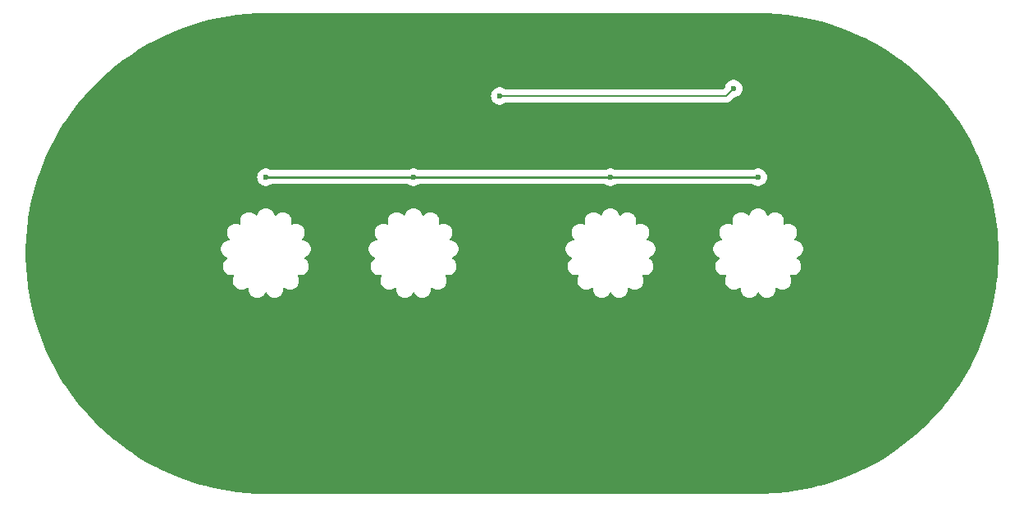
<source format=gbr>
%TF.GenerationSoftware,KiCad,Pcbnew,7.0.5*%
%TF.CreationDate,2023-07-02T13:32:01-04:00*%
%TF.ProjectId,Nixie Clock,4e697869-6520-4436-9c6f-636b2e6b6963,rev?*%
%TF.SameCoordinates,Original*%
%TF.FileFunction,Copper,L1,Top*%
%TF.FilePolarity,Positive*%
%FSLAX46Y46*%
G04 Gerber Fmt 4.6, Leading zero omitted, Abs format (unit mm)*
G04 Created by KiCad (PCBNEW 7.0.5) date 2023-07-02 13:32:01*
%MOMM*%
%LPD*%
G01*
G04 APERTURE LIST*
%TA.AperFunction,ViaPad*%
%ADD10C,0.600000*%
%TD*%
%TA.AperFunction,Conductor*%
%ADD11C,0.150000*%
%TD*%
%TA.AperFunction,Conductor*%
%ADD12C,0.250000*%
%TD*%
G04 APERTURE END LIST*
D10*
%TO.N,+170v*%
X203200000Y-75946000D03*
%TO.N,GND*%
X165100000Y-68961000D03*
X177038000Y-99060000D03*
X200660000Y-100965000D03*
X207518000Y-93980000D03*
X183388000Y-97790000D03*
X191516000Y-93726000D03*
X195961000Y-80899000D03*
X189103000Y-96774000D03*
X185801000Y-77724000D03*
X196850000Y-66421000D03*
X199517000Y-68834000D03*
X170180000Y-73406000D03*
X171323000Y-77978000D03*
X176149000Y-73406000D03*
X150622000Y-72771000D03*
X178054000Y-66167000D03*
X149860000Y-106680000D03*
X154940000Y-106680000D03*
X160020000Y-106680000D03*
X165100000Y-106680000D03*
X170180000Y-106680000D03*
X175260000Y-106680000D03*
X180340000Y-106680000D03*
X185420000Y-106680000D03*
X190500000Y-106680000D03*
X195580000Y-106680000D03*
X200660000Y-106680000D03*
X205740000Y-106680000D03*
X146050000Y-61976000D03*
X144018000Y-77470000D03*
X172466000Y-89154000D03*
X207772000Y-74422000D03*
X204216000Y-72644000D03*
X195580000Y-77724000D03*
X191516000Y-73660000D03*
X194056000Y-69342000D03*
X180340000Y-60960000D03*
X175260000Y-60960000D03*
X170180000Y-60960000D03*
X165100000Y-60960000D03*
X160020000Y-60960000D03*
X154940000Y-60960000D03*
X152400000Y-64262000D03*
X152400000Y-74295000D03*
X147574000Y-65024000D03*
X149352000Y-67564000D03*
X159639000Y-85217000D03*
X159639000Y-77216000D03*
X159639000Y-74549000D03*
X203200000Y-64262000D03*
X205740000Y-60706000D03*
X200660000Y-60706000D03*
X195580000Y-60706000D03*
X185420000Y-60960000D03*
X190500000Y-60960000D03*
%TO.N,RDP*%
X200660000Y-66802000D03*
X176530000Y-67564000D03*
%TO.N,+170v*%
X167640000Y-75946000D03*
X187960000Y-75946000D03*
X152400000Y-75946000D03*
%TD*%
D11*
%TO.N,RDP*%
X176530000Y-67564000D02*
X199898000Y-67564000D01*
X199898000Y-67564000D02*
X200660000Y-66802000D01*
D12*
%TO.N,+170v*%
X167640000Y-75946000D02*
X152400000Y-75946000D01*
X203200000Y-75946000D02*
X187960000Y-75946000D01*
X187960000Y-75946000D02*
X167640000Y-75946000D01*
%TD*%
%TA.AperFunction,Conductor*%
%TO.N,GND*%
G36*
X204185275Y-59040093D02*
G01*
X204186631Y-59040148D01*
X205169660Y-59098855D01*
X205170988Y-59098961D01*
X206150884Y-59196702D01*
X206152338Y-59196877D01*
X207127466Y-59333483D01*
X207128908Y-59333714D01*
X208097878Y-59508987D01*
X208099252Y-59509264D01*
X208926921Y-59693233D01*
X209060490Y-59722923D01*
X209061919Y-59723270D01*
X209259953Y-59775630D01*
X210013941Y-59974985D01*
X210015275Y-59975367D01*
X210956508Y-60264723D01*
X210957863Y-60265169D01*
X211886863Y-60591722D01*
X211888222Y-60592231D01*
X212803455Y-60955440D01*
X212804782Y-60955997D01*
X213704896Y-61355324D01*
X213706162Y-61355916D01*
X214329820Y-61662827D01*
X214589690Y-61790714D01*
X214590984Y-61791382D01*
X215456508Y-62260953D01*
X215457737Y-62261651D01*
X216303935Y-62765276D01*
X216305130Y-62766020D01*
X217130646Y-63302895D01*
X217131794Y-63303674D01*
X217519450Y-63578317D01*
X217935292Y-63872929D01*
X217936476Y-63873804D01*
X218716691Y-64474541D01*
X218717812Y-64475441D01*
X219473544Y-65106736D01*
X219474595Y-65107650D01*
X220204659Y-65768514D01*
X220205645Y-65769443D01*
X220908833Y-66458787D01*
X220909845Y-66459818D01*
X221516757Y-67104058D01*
X221585048Y-67176549D01*
X221586035Y-67177640D01*
X221758322Y-67375744D01*
X222204761Y-67889084D01*
X222232220Y-67920657D01*
X222233148Y-67921770D01*
X222849294Y-68689905D01*
X222850158Y-68691028D01*
X223435239Y-69482999D01*
X223436089Y-69484200D01*
X223989245Y-70298840D01*
X223990047Y-70300073D01*
X224510361Y-71136034D01*
X224511113Y-71137298D01*
X224997780Y-71993283D01*
X224998482Y-71994576D01*
X225450739Y-72869242D01*
X225451375Y-72870534D01*
X225744500Y-73497334D01*
X225868513Y-73762517D01*
X225869110Y-73763862D01*
X226250433Y-74671666D01*
X226250976Y-74673034D01*
X226595918Y-75595314D01*
X226596406Y-75596702D01*
X226904413Y-76531979D01*
X226904845Y-76533385D01*
X227175419Y-77480143D01*
X227175786Y-77481531D01*
X227408512Y-78438327D01*
X227408832Y-78439764D01*
X227603327Y-79405015D01*
X227603589Y-79406463D01*
X227759559Y-80378706D01*
X227759763Y-80380163D01*
X227831827Y-80981340D01*
X227876959Y-81357850D01*
X227877100Y-81359264D01*
X227895708Y-81592721D01*
X227955335Y-82340851D01*
X227955422Y-82342320D01*
X227971721Y-82751943D01*
X227994569Y-83326221D01*
X227994598Y-83327655D01*
X227994598Y-84312344D01*
X227994569Y-84313779D01*
X227974440Y-84819698D01*
X227955422Y-85297679D01*
X227955335Y-85299148D01*
X227922377Y-85712662D01*
X227886008Y-86168986D01*
X227877103Y-86280710D01*
X227876958Y-86282154D01*
X227865149Y-86380677D01*
X227759763Y-87259836D01*
X227759559Y-87261293D01*
X227603589Y-88233536D01*
X227603327Y-88234984D01*
X227408832Y-89200235D01*
X227408512Y-89201672D01*
X227175786Y-90158468D01*
X227175410Y-90159891D01*
X226904845Y-91106614D01*
X226904413Y-91108020D01*
X226596406Y-92043297D01*
X226595918Y-92044685D01*
X226250976Y-92966965D01*
X226250433Y-92968333D01*
X225869110Y-93876137D01*
X225868513Y-93877482D01*
X225451389Y-94769437D01*
X225450739Y-94770757D01*
X224998482Y-95645423D01*
X224997780Y-95646716D01*
X224511113Y-96502701D01*
X224510361Y-96503965D01*
X223990047Y-97339926D01*
X223989245Y-97341159D01*
X223436089Y-98155799D01*
X223435239Y-98157000D01*
X222850158Y-98948971D01*
X222849275Y-98950117D01*
X222411547Y-99495824D01*
X222233163Y-99718212D01*
X222232220Y-99719342D01*
X221586035Y-100462359D01*
X221585048Y-100463450D01*
X220909863Y-101180162D01*
X220908833Y-101181212D01*
X220574705Y-101508761D01*
X220205671Y-101870530D01*
X220204632Y-101871509D01*
X219613311Y-102406781D01*
X219474620Y-102532327D01*
X219473510Y-102533293D01*
X218717812Y-103164558D01*
X218716665Y-103165479D01*
X217936476Y-103766195D01*
X217935292Y-103767070D01*
X217131823Y-104336305D01*
X217130605Y-104337132D01*
X216305162Y-104873959D01*
X216303912Y-104874737D01*
X215457759Y-105378335D01*
X215456480Y-105379062D01*
X214590998Y-105848609D01*
X214589690Y-105849285D01*
X213706197Y-106284067D01*
X213704864Y-106284690D01*
X212804811Y-106683990D01*
X212803455Y-106684559D01*
X211888222Y-107047768D01*
X211886844Y-107048284D01*
X210957883Y-107374823D01*
X210956485Y-107375283D01*
X210015314Y-107664621D01*
X210013899Y-107665026D01*
X209061919Y-107916729D01*
X209060490Y-107917076D01*
X208099296Y-108130726D01*
X208097854Y-108131016D01*
X207128911Y-108306284D01*
X207127458Y-108306517D01*
X206152342Y-108443121D01*
X206150881Y-108443297D01*
X205171035Y-108541034D01*
X205169610Y-108541147D01*
X204294864Y-108593388D01*
X204186677Y-108599849D01*
X204185225Y-108599907D01*
X203200000Y-108619500D01*
X152400000Y-108619500D01*
X151414772Y-108599907D01*
X151413322Y-108599849D01*
X151366509Y-108597053D01*
X150430385Y-108541147D01*
X150428964Y-108541034D01*
X149449118Y-108443297D01*
X149447657Y-108443121D01*
X148472541Y-108306517D01*
X148471088Y-108306284D01*
X147502145Y-108131016D01*
X147500710Y-108130727D01*
X147272513Y-108080005D01*
X146539509Y-107917076D01*
X146538080Y-107916729D01*
X145712961Y-107698568D01*
X145586091Y-107665023D01*
X145584685Y-107664621D01*
X144643514Y-107375283D01*
X144642116Y-107374823D01*
X143713155Y-107048284D01*
X143711777Y-107047768D01*
X142796544Y-106684559D01*
X142795188Y-106683990D01*
X141895126Y-106284685D01*
X141893815Y-106284073D01*
X141645587Y-106161916D01*
X141010309Y-105849285D01*
X141009001Y-105848609D01*
X140772743Y-105720432D01*
X140143508Y-105379056D01*
X140142240Y-105378335D01*
X139296087Y-104874737D01*
X139294855Y-104873970D01*
X138469364Y-104337112D01*
X138468194Y-104336317D01*
X138066441Y-104051687D01*
X137664707Y-103767070D01*
X137663523Y-103766195D01*
X137327956Y-103507821D01*
X136883314Y-103165463D01*
X136882187Y-103164558D01*
X136762489Y-103064569D01*
X136126459Y-102533266D01*
X136125401Y-102532346D01*
X135395342Y-101871486D01*
X135394353Y-101870554D01*
X134691155Y-101181201D01*
X134690155Y-101180181D01*
X134014940Y-100463438D01*
X134013964Y-100462359D01*
X133642860Y-100035644D01*
X133367764Y-99719324D01*
X133366855Y-99718234D01*
X132750699Y-98950087D01*
X132749856Y-98948990D01*
X132164750Y-98156986D01*
X132163910Y-98155799D01*
X131610754Y-97341159D01*
X131609966Y-97339948D01*
X131089626Y-96503946D01*
X131088886Y-96502701D01*
X130602219Y-95646716D01*
X130601517Y-95645423D01*
X130521773Y-95491198D01*
X130149248Y-94770733D01*
X130148633Y-94769485D01*
X129731481Y-93877471D01*
X129730907Y-93876179D01*
X129349554Y-92968303D01*
X129349023Y-92966965D01*
X129004081Y-92044685D01*
X129003593Y-92043297D01*
X128695586Y-91108020D01*
X128695161Y-91106638D01*
X128424570Y-90159822D01*
X128424213Y-90158468D01*
X128341218Y-89817256D01*
X128191487Y-89201672D01*
X128191174Y-89200268D01*
X127996671Y-88234979D01*
X127996410Y-88233536D01*
X127840440Y-87261293D01*
X127840236Y-87259836D01*
X127819817Y-87089492D01*
X127723035Y-86282105D01*
X127722903Y-86280780D01*
X127644662Y-85299117D01*
X127644577Y-85297679D01*
X127640997Y-85207696D01*
X127605428Y-84313729D01*
X127605402Y-84312394D01*
X127605402Y-83464097D01*
X147758360Y-83464097D01*
X147798369Y-83652330D01*
X147798370Y-83652332D01*
X147876639Y-83828128D01*
X147876642Y-83828133D01*
X147989750Y-83983814D01*
X147989752Y-83983816D01*
X147989753Y-83983817D01*
X148132762Y-84112583D01*
X148283092Y-84199375D01*
X148299420Y-84208802D01*
X148391700Y-84238786D01*
X148431588Y-84269950D01*
X148442112Y-84319463D01*
X148418347Y-84364157D01*
X148405832Y-84373250D01*
X148348661Y-84406257D01*
X148205650Y-84535025D01*
X148092544Y-84690701D01*
X148092538Y-84690712D01*
X148014270Y-84866505D01*
X148014269Y-84866511D01*
X147974260Y-85054742D01*
X147974260Y-85247177D01*
X148014269Y-85435410D01*
X148014270Y-85435412D01*
X148092539Y-85611208D01*
X148092542Y-85611213D01*
X148205650Y-85766894D01*
X148205652Y-85766896D01*
X148205653Y-85766897D01*
X148348662Y-85895663D01*
X148515318Y-85991881D01*
X148698337Y-86051348D01*
X148841739Y-86066420D01*
X148841744Y-86066420D01*
X148937696Y-86066420D01*
X148937701Y-86066420D01*
X149043592Y-86055290D01*
X149092706Y-86067536D01*
X149122459Y-86108488D01*
X149118928Y-86158984D01*
X149115415Y-86165879D01*
X149113621Y-86168986D01*
X149035350Y-86344785D01*
X149035349Y-86344791D01*
X149015520Y-86438083D01*
X148995340Y-86533021D01*
X148995340Y-86725459D01*
X149000424Y-86749376D01*
X149035349Y-86913690D01*
X149035350Y-86913692D01*
X149113619Y-87089488D01*
X149113622Y-87089493D01*
X149226730Y-87245174D01*
X149226732Y-87245176D01*
X149226733Y-87245177D01*
X149369742Y-87373943D01*
X149536398Y-87470161D01*
X149719417Y-87529628D01*
X149862819Y-87544700D01*
X149862824Y-87544700D01*
X149958776Y-87544700D01*
X149958781Y-87544700D01*
X150102183Y-87529628D01*
X150285202Y-87470161D01*
X150451858Y-87373943D01*
X150464403Y-87362646D01*
X150511336Y-87343684D01*
X150559478Y-87359325D01*
X150586303Y-87402252D01*
X150587920Y-87417639D01*
X150587920Y-87561117D01*
X150627929Y-87749350D01*
X150627930Y-87749352D01*
X150706199Y-87925148D01*
X150706202Y-87925153D01*
X150819310Y-88080834D01*
X150819312Y-88080836D01*
X150819313Y-88080837D01*
X150962322Y-88209603D01*
X151128978Y-88305821D01*
X151311997Y-88365288D01*
X151455399Y-88380360D01*
X151455404Y-88380360D01*
X151551356Y-88380360D01*
X151551361Y-88380360D01*
X151694763Y-88365288D01*
X151877782Y-88305821D01*
X152044438Y-88209603D01*
X152187447Y-88080837D01*
X152300559Y-87925152D01*
X152332398Y-87853638D01*
X152367560Y-87817227D01*
X152417902Y-87811936D01*
X152459867Y-87840241D01*
X152467602Y-87853640D01*
X152499438Y-87925145D01*
X152499442Y-87925153D01*
X152612550Y-88080834D01*
X152612552Y-88080836D01*
X152612553Y-88080837D01*
X152755562Y-88209603D01*
X152922218Y-88305821D01*
X153105237Y-88365288D01*
X153248639Y-88380360D01*
X153248644Y-88380360D01*
X153344596Y-88380360D01*
X153344601Y-88380360D01*
X153488003Y-88365288D01*
X153671022Y-88305821D01*
X153837678Y-88209603D01*
X153980687Y-88080837D01*
X154093799Y-87925152D01*
X154125638Y-87853640D01*
X154172069Y-87749354D01*
X154172069Y-87749352D01*
X154172070Y-87749351D01*
X154212080Y-87561119D01*
X154212080Y-87417639D01*
X154229393Y-87370073D01*
X154273230Y-87344763D01*
X154323080Y-87353553D01*
X154335594Y-87362645D01*
X154348142Y-87373943D01*
X154514798Y-87470161D01*
X154697817Y-87529628D01*
X154841219Y-87544700D01*
X154841224Y-87544700D01*
X154937176Y-87544700D01*
X154937181Y-87544700D01*
X155080583Y-87529628D01*
X155263602Y-87470161D01*
X155430258Y-87373943D01*
X155573267Y-87245177D01*
X155665766Y-87117863D01*
X155686375Y-87089498D01*
X155686378Y-87089493D01*
X155686379Y-87089492D01*
X155764650Y-86913691D01*
X155804660Y-86725459D01*
X155804660Y-86533021D01*
X155764650Y-86344789D01*
X155686379Y-86168989D01*
X155686377Y-86168986D01*
X155684586Y-86165884D01*
X155675796Y-86116034D01*
X155701106Y-86072197D01*
X155748672Y-86054884D01*
X155756379Y-86055287D01*
X155862299Y-86066420D01*
X155862305Y-86066420D01*
X155958256Y-86066420D01*
X155958261Y-86066420D01*
X156101663Y-86051348D01*
X156284682Y-85991881D01*
X156451338Y-85895663D01*
X156594347Y-85766897D01*
X156668984Y-85664168D01*
X156707455Y-85611218D01*
X156707458Y-85611213D01*
X156707459Y-85611212D01*
X156785730Y-85435411D01*
X156825740Y-85247179D01*
X156825740Y-85054741D01*
X156785730Y-84866509D01*
X156736170Y-84755196D01*
X156707460Y-84690711D01*
X156707457Y-84690706D01*
X156594349Y-84535025D01*
X156451338Y-84406257D01*
X156451338Y-84406256D01*
X156394166Y-84373249D01*
X156361630Y-84334474D01*
X156361630Y-84283855D01*
X156394167Y-84245078D01*
X156408300Y-84238786D01*
X156465880Y-84220076D01*
X156500582Y-84208801D01*
X156667238Y-84112583D01*
X156810247Y-83983817D01*
X156923359Y-83828132D01*
X157001630Y-83652331D01*
X157041640Y-83464099D01*
X157041640Y-83464097D01*
X162998360Y-83464097D01*
X163038369Y-83652330D01*
X163038370Y-83652332D01*
X163116639Y-83828128D01*
X163116642Y-83828133D01*
X163229750Y-83983814D01*
X163229752Y-83983816D01*
X163229753Y-83983817D01*
X163372762Y-84112583D01*
X163523092Y-84199375D01*
X163539420Y-84208802D01*
X163631700Y-84238786D01*
X163671588Y-84269950D01*
X163682112Y-84319463D01*
X163658347Y-84364157D01*
X163645832Y-84373250D01*
X163588661Y-84406257D01*
X163445650Y-84535025D01*
X163332544Y-84690701D01*
X163332538Y-84690712D01*
X163254270Y-84866505D01*
X163254269Y-84866511D01*
X163214260Y-85054742D01*
X163214260Y-85247177D01*
X163254269Y-85435410D01*
X163254270Y-85435412D01*
X163332539Y-85611208D01*
X163332542Y-85611213D01*
X163445650Y-85766894D01*
X163445652Y-85766896D01*
X163445653Y-85766897D01*
X163588662Y-85895663D01*
X163755318Y-85991881D01*
X163938337Y-86051348D01*
X164081739Y-86066420D01*
X164081744Y-86066420D01*
X164177696Y-86066420D01*
X164177701Y-86066420D01*
X164283592Y-86055290D01*
X164332706Y-86067536D01*
X164362459Y-86108488D01*
X164358928Y-86158984D01*
X164355415Y-86165879D01*
X164353621Y-86168986D01*
X164275350Y-86344785D01*
X164275349Y-86344791D01*
X164255520Y-86438083D01*
X164235340Y-86533021D01*
X164235340Y-86725459D01*
X164240424Y-86749376D01*
X164275349Y-86913690D01*
X164275350Y-86913692D01*
X164353619Y-87089488D01*
X164353622Y-87089493D01*
X164466730Y-87245174D01*
X164466732Y-87245176D01*
X164466733Y-87245177D01*
X164609742Y-87373943D01*
X164776398Y-87470161D01*
X164959417Y-87529628D01*
X165102819Y-87544700D01*
X165102824Y-87544700D01*
X165198776Y-87544700D01*
X165198781Y-87544700D01*
X165342183Y-87529628D01*
X165525202Y-87470161D01*
X165691858Y-87373943D01*
X165704403Y-87362646D01*
X165751336Y-87343684D01*
X165799478Y-87359325D01*
X165826303Y-87402252D01*
X165827920Y-87417639D01*
X165827920Y-87561117D01*
X165867929Y-87749350D01*
X165867930Y-87749352D01*
X165946199Y-87925148D01*
X165946202Y-87925153D01*
X166059310Y-88080834D01*
X166059312Y-88080836D01*
X166059313Y-88080837D01*
X166202322Y-88209603D01*
X166368978Y-88305821D01*
X166551997Y-88365288D01*
X166695399Y-88380360D01*
X166695404Y-88380360D01*
X166791356Y-88380360D01*
X166791361Y-88380360D01*
X166934763Y-88365288D01*
X167117782Y-88305821D01*
X167284438Y-88209603D01*
X167427447Y-88080837D01*
X167540559Y-87925152D01*
X167572398Y-87853638D01*
X167607560Y-87817227D01*
X167657902Y-87811936D01*
X167699867Y-87840241D01*
X167707602Y-87853640D01*
X167739438Y-87925145D01*
X167739442Y-87925153D01*
X167852550Y-88080834D01*
X167852552Y-88080836D01*
X167852553Y-88080837D01*
X167995562Y-88209603D01*
X168162218Y-88305821D01*
X168345237Y-88365288D01*
X168488639Y-88380360D01*
X168488644Y-88380360D01*
X168584596Y-88380360D01*
X168584601Y-88380360D01*
X168728003Y-88365288D01*
X168911022Y-88305821D01*
X169077678Y-88209603D01*
X169220687Y-88080837D01*
X169333799Y-87925152D01*
X169365638Y-87853640D01*
X169412069Y-87749354D01*
X169412069Y-87749352D01*
X169412070Y-87749351D01*
X169452080Y-87561119D01*
X169452080Y-87417639D01*
X169469393Y-87370073D01*
X169513230Y-87344763D01*
X169563080Y-87353553D01*
X169575594Y-87362645D01*
X169588142Y-87373943D01*
X169754798Y-87470161D01*
X169937817Y-87529628D01*
X170081219Y-87544700D01*
X170081224Y-87544700D01*
X170177176Y-87544700D01*
X170177181Y-87544700D01*
X170320583Y-87529628D01*
X170503602Y-87470161D01*
X170670258Y-87373943D01*
X170813267Y-87245177D01*
X170905766Y-87117863D01*
X170926375Y-87089498D01*
X170926378Y-87089493D01*
X170926379Y-87089492D01*
X171004650Y-86913691D01*
X171044660Y-86725459D01*
X171044660Y-86533021D01*
X171004650Y-86344789D01*
X170926379Y-86168989D01*
X170926377Y-86168986D01*
X170924586Y-86165884D01*
X170915796Y-86116034D01*
X170941106Y-86072197D01*
X170988672Y-86054884D01*
X170996379Y-86055287D01*
X171102299Y-86066420D01*
X171102305Y-86066420D01*
X171198256Y-86066420D01*
X171198261Y-86066420D01*
X171341663Y-86051348D01*
X171524682Y-85991881D01*
X171691338Y-85895663D01*
X171834347Y-85766897D01*
X171908984Y-85664168D01*
X171947455Y-85611218D01*
X171947458Y-85611213D01*
X171947459Y-85611212D01*
X172025730Y-85435411D01*
X172065740Y-85247179D01*
X172065740Y-85054741D01*
X172025730Y-84866509D01*
X171976170Y-84755196D01*
X171947460Y-84690711D01*
X171947457Y-84690706D01*
X171834349Y-84535025D01*
X171691338Y-84406257D01*
X171634166Y-84373249D01*
X171601630Y-84334474D01*
X171601630Y-84283855D01*
X171634167Y-84245078D01*
X171648300Y-84238786D01*
X171705880Y-84220076D01*
X171740582Y-84208801D01*
X171907238Y-84112583D01*
X172050247Y-83983817D01*
X172163359Y-83828132D01*
X172241630Y-83652331D01*
X172281640Y-83464099D01*
X172281640Y-83464097D01*
X183318360Y-83464097D01*
X183358369Y-83652330D01*
X183358370Y-83652332D01*
X183436639Y-83828128D01*
X183436642Y-83828133D01*
X183549750Y-83983814D01*
X183549752Y-83983816D01*
X183549753Y-83983817D01*
X183692762Y-84112583D01*
X183843092Y-84199375D01*
X183859420Y-84208802D01*
X183951700Y-84238786D01*
X183991588Y-84269950D01*
X184002112Y-84319463D01*
X183978347Y-84364157D01*
X183965832Y-84373250D01*
X183908661Y-84406257D01*
X183765650Y-84535025D01*
X183652544Y-84690701D01*
X183652538Y-84690712D01*
X183574270Y-84866505D01*
X183574269Y-84866511D01*
X183534260Y-85054742D01*
X183534260Y-85247177D01*
X183574269Y-85435410D01*
X183574270Y-85435412D01*
X183652539Y-85611208D01*
X183652542Y-85611213D01*
X183765650Y-85766894D01*
X183765652Y-85766896D01*
X183765653Y-85766897D01*
X183908662Y-85895663D01*
X184075318Y-85991881D01*
X184258337Y-86051348D01*
X184401739Y-86066420D01*
X184401744Y-86066420D01*
X184497696Y-86066420D01*
X184497701Y-86066420D01*
X184603592Y-86055290D01*
X184652706Y-86067536D01*
X184682459Y-86108488D01*
X184678928Y-86158984D01*
X184675415Y-86165879D01*
X184673621Y-86168986D01*
X184595350Y-86344785D01*
X184595349Y-86344791D01*
X184575520Y-86438083D01*
X184555340Y-86533021D01*
X184555340Y-86725459D01*
X184560424Y-86749376D01*
X184595349Y-86913690D01*
X184595350Y-86913692D01*
X184673619Y-87089488D01*
X184673622Y-87089493D01*
X184786730Y-87245174D01*
X184786732Y-87245176D01*
X184786733Y-87245177D01*
X184929742Y-87373943D01*
X185096398Y-87470161D01*
X185279417Y-87529628D01*
X185422819Y-87544700D01*
X185422824Y-87544700D01*
X185518776Y-87544700D01*
X185518781Y-87544700D01*
X185662183Y-87529628D01*
X185845202Y-87470161D01*
X186011858Y-87373943D01*
X186024403Y-87362646D01*
X186071336Y-87343684D01*
X186119478Y-87359325D01*
X186146303Y-87402252D01*
X186147920Y-87417639D01*
X186147920Y-87561117D01*
X186187929Y-87749350D01*
X186187930Y-87749352D01*
X186266199Y-87925148D01*
X186266202Y-87925153D01*
X186379310Y-88080834D01*
X186379312Y-88080836D01*
X186379313Y-88080837D01*
X186522322Y-88209603D01*
X186688978Y-88305821D01*
X186871997Y-88365288D01*
X187015399Y-88380360D01*
X187015404Y-88380360D01*
X187111356Y-88380360D01*
X187111361Y-88380360D01*
X187254763Y-88365288D01*
X187437782Y-88305821D01*
X187604438Y-88209603D01*
X187747447Y-88080837D01*
X187860559Y-87925152D01*
X187892398Y-87853638D01*
X187927560Y-87817227D01*
X187977902Y-87811936D01*
X188019867Y-87840241D01*
X188027602Y-87853640D01*
X188059438Y-87925145D01*
X188059442Y-87925153D01*
X188172550Y-88080834D01*
X188172552Y-88080836D01*
X188172553Y-88080837D01*
X188315562Y-88209603D01*
X188482218Y-88305821D01*
X188665237Y-88365288D01*
X188808639Y-88380360D01*
X188808644Y-88380360D01*
X188904596Y-88380360D01*
X188904601Y-88380360D01*
X189048003Y-88365288D01*
X189231022Y-88305821D01*
X189397678Y-88209603D01*
X189540687Y-88080837D01*
X189653799Y-87925152D01*
X189685638Y-87853640D01*
X189732069Y-87749354D01*
X189732069Y-87749352D01*
X189732070Y-87749351D01*
X189772080Y-87561119D01*
X189772080Y-87417639D01*
X189789393Y-87370073D01*
X189833230Y-87344763D01*
X189883080Y-87353553D01*
X189895594Y-87362645D01*
X189908142Y-87373943D01*
X190074798Y-87470161D01*
X190257817Y-87529628D01*
X190401219Y-87544700D01*
X190401224Y-87544700D01*
X190497176Y-87544700D01*
X190497181Y-87544700D01*
X190640583Y-87529628D01*
X190823602Y-87470161D01*
X190990258Y-87373943D01*
X191133267Y-87245177D01*
X191225766Y-87117863D01*
X191246375Y-87089498D01*
X191246378Y-87089493D01*
X191246379Y-87089492D01*
X191324650Y-86913691D01*
X191364660Y-86725459D01*
X191364660Y-86533021D01*
X191324650Y-86344789D01*
X191246379Y-86168989D01*
X191246377Y-86168986D01*
X191244586Y-86165884D01*
X191235796Y-86116034D01*
X191261106Y-86072197D01*
X191308672Y-86054884D01*
X191316379Y-86055287D01*
X191422299Y-86066420D01*
X191422305Y-86066420D01*
X191518256Y-86066420D01*
X191518261Y-86066420D01*
X191661663Y-86051348D01*
X191844682Y-85991881D01*
X192011338Y-85895663D01*
X192154347Y-85766897D01*
X192228984Y-85664168D01*
X192267455Y-85611218D01*
X192267458Y-85611213D01*
X192267459Y-85611212D01*
X192345730Y-85435411D01*
X192385740Y-85247179D01*
X192385740Y-85054741D01*
X192345730Y-84866509D01*
X192296170Y-84755196D01*
X192267460Y-84690711D01*
X192267457Y-84690706D01*
X192154349Y-84535025D01*
X192011338Y-84406257D01*
X192011337Y-84406257D01*
X191954166Y-84373249D01*
X191921630Y-84334474D01*
X191921630Y-84283855D01*
X191954167Y-84245078D01*
X191968300Y-84238786D01*
X192025880Y-84220076D01*
X192060582Y-84208801D01*
X192227238Y-84112583D01*
X192370247Y-83983817D01*
X192483359Y-83828132D01*
X192561630Y-83652331D01*
X192601640Y-83464099D01*
X192601640Y-83464097D01*
X198558360Y-83464097D01*
X198598369Y-83652330D01*
X198598370Y-83652332D01*
X198676639Y-83828128D01*
X198676642Y-83828133D01*
X198789750Y-83983814D01*
X198789752Y-83983816D01*
X198789753Y-83983817D01*
X198932762Y-84112583D01*
X199083092Y-84199375D01*
X199099420Y-84208802D01*
X199191700Y-84238786D01*
X199231588Y-84269950D01*
X199242112Y-84319463D01*
X199218347Y-84364157D01*
X199205832Y-84373250D01*
X199148661Y-84406257D01*
X199005650Y-84535025D01*
X198892544Y-84690701D01*
X198892538Y-84690712D01*
X198814270Y-84866505D01*
X198814269Y-84866511D01*
X198774260Y-85054742D01*
X198774260Y-85247177D01*
X198814269Y-85435410D01*
X198814270Y-85435412D01*
X198892539Y-85611208D01*
X198892542Y-85611213D01*
X199005650Y-85766894D01*
X199005652Y-85766896D01*
X199005653Y-85766897D01*
X199148662Y-85895663D01*
X199315318Y-85991881D01*
X199498337Y-86051348D01*
X199641739Y-86066420D01*
X199641744Y-86066420D01*
X199737696Y-86066420D01*
X199737701Y-86066420D01*
X199843592Y-86055290D01*
X199892706Y-86067536D01*
X199922459Y-86108488D01*
X199918928Y-86158984D01*
X199915415Y-86165879D01*
X199913621Y-86168986D01*
X199835350Y-86344785D01*
X199835349Y-86344791D01*
X199815520Y-86438083D01*
X199795340Y-86533021D01*
X199795340Y-86725459D01*
X199800424Y-86749376D01*
X199835349Y-86913690D01*
X199835350Y-86913692D01*
X199913619Y-87089488D01*
X199913622Y-87089493D01*
X200026730Y-87245174D01*
X200026732Y-87245176D01*
X200026733Y-87245177D01*
X200169742Y-87373943D01*
X200336398Y-87470161D01*
X200519417Y-87529628D01*
X200662819Y-87544700D01*
X200662824Y-87544700D01*
X200758776Y-87544700D01*
X200758781Y-87544700D01*
X200902183Y-87529628D01*
X201085202Y-87470161D01*
X201251858Y-87373943D01*
X201264403Y-87362646D01*
X201311336Y-87343684D01*
X201359478Y-87359325D01*
X201386303Y-87402252D01*
X201387920Y-87417639D01*
X201387920Y-87561117D01*
X201427929Y-87749350D01*
X201427930Y-87749352D01*
X201506199Y-87925148D01*
X201506202Y-87925153D01*
X201619310Y-88080834D01*
X201619312Y-88080836D01*
X201619313Y-88080837D01*
X201762322Y-88209603D01*
X201928978Y-88305821D01*
X202111997Y-88365288D01*
X202255399Y-88380360D01*
X202255404Y-88380360D01*
X202351356Y-88380360D01*
X202351361Y-88380360D01*
X202494763Y-88365288D01*
X202677782Y-88305821D01*
X202844438Y-88209603D01*
X202987447Y-88080837D01*
X203100559Y-87925152D01*
X203132398Y-87853638D01*
X203167560Y-87817227D01*
X203217902Y-87811936D01*
X203259867Y-87840241D01*
X203267602Y-87853640D01*
X203299438Y-87925145D01*
X203299442Y-87925153D01*
X203412550Y-88080834D01*
X203412552Y-88080836D01*
X203412553Y-88080837D01*
X203555562Y-88209603D01*
X203722218Y-88305821D01*
X203905237Y-88365288D01*
X204048639Y-88380360D01*
X204048644Y-88380360D01*
X204144596Y-88380360D01*
X204144601Y-88380360D01*
X204288003Y-88365288D01*
X204471022Y-88305821D01*
X204637678Y-88209603D01*
X204780687Y-88080837D01*
X204893799Y-87925152D01*
X204925638Y-87853640D01*
X204972069Y-87749354D01*
X204972069Y-87749352D01*
X204972070Y-87749351D01*
X205012080Y-87561119D01*
X205012080Y-87417639D01*
X205029393Y-87370073D01*
X205073230Y-87344763D01*
X205123080Y-87353553D01*
X205135594Y-87362645D01*
X205148142Y-87373943D01*
X205314798Y-87470161D01*
X205497817Y-87529628D01*
X205641219Y-87544700D01*
X205641224Y-87544700D01*
X205737176Y-87544700D01*
X205737181Y-87544700D01*
X205880583Y-87529628D01*
X206063602Y-87470161D01*
X206230258Y-87373943D01*
X206373267Y-87245177D01*
X206465766Y-87117863D01*
X206486375Y-87089498D01*
X206486378Y-87089493D01*
X206486379Y-87089492D01*
X206564650Y-86913691D01*
X206604660Y-86725459D01*
X206604660Y-86533021D01*
X206564650Y-86344789D01*
X206486379Y-86168989D01*
X206486377Y-86168986D01*
X206484586Y-86165884D01*
X206475796Y-86116034D01*
X206501106Y-86072197D01*
X206548672Y-86054884D01*
X206556379Y-86055287D01*
X206662299Y-86066420D01*
X206662305Y-86066420D01*
X206758256Y-86066420D01*
X206758261Y-86066420D01*
X206901663Y-86051348D01*
X207084682Y-85991881D01*
X207251338Y-85895663D01*
X207394347Y-85766897D01*
X207468984Y-85664168D01*
X207507455Y-85611218D01*
X207507458Y-85611213D01*
X207507459Y-85611212D01*
X207585730Y-85435411D01*
X207625740Y-85247179D01*
X207625740Y-85054741D01*
X207585730Y-84866509D01*
X207536170Y-84755196D01*
X207507460Y-84690711D01*
X207507457Y-84690706D01*
X207394349Y-84535025D01*
X207251338Y-84406257D01*
X207251337Y-84406257D01*
X207194166Y-84373249D01*
X207161630Y-84334474D01*
X207161630Y-84283855D01*
X207194167Y-84245078D01*
X207208300Y-84238786D01*
X207265880Y-84220076D01*
X207300582Y-84208801D01*
X207467238Y-84112583D01*
X207610247Y-83983817D01*
X207723359Y-83828132D01*
X207801630Y-83652331D01*
X207841640Y-83464099D01*
X207841640Y-83271661D01*
X207801630Y-83083429D01*
X207723359Y-82907629D01*
X207653613Y-82811631D01*
X207610249Y-82751945D01*
X207587179Y-82731173D01*
X207467238Y-82623177D01*
X207300582Y-82526959D01*
X207300580Y-82526958D01*
X207300578Y-82526957D01*
X207117568Y-82467493D01*
X207117565Y-82467492D01*
X207117563Y-82467492D01*
X206991419Y-82454233D01*
X206945924Y-82432044D01*
X206925335Y-82385801D01*
X206939288Y-82337143D01*
X206949637Y-82325648D01*
X206972707Y-82304877D01*
X207085819Y-82149192D01*
X207164090Y-81973391D01*
X207204100Y-81785159D01*
X207204100Y-81592721D01*
X207164090Y-81404489D01*
X207085819Y-81228689D01*
X207066368Y-81201917D01*
X206972709Y-81073005D01*
X206829698Y-80944237D01*
X206764856Y-80906801D01*
X206663042Y-80848019D01*
X206663040Y-80848018D01*
X206663038Y-80848017D01*
X206480028Y-80788553D01*
X206480025Y-80788552D01*
X206480023Y-80788552D01*
X206336621Y-80773480D01*
X206240659Y-80773480D01*
X206097257Y-80788552D01*
X206097255Y-80788552D01*
X206097251Y-80788553D01*
X205917597Y-80846926D01*
X205867009Y-80845160D01*
X205829392Y-80811289D01*
X205822347Y-80761163D01*
X205839212Y-80681817D01*
X205857900Y-80593899D01*
X205857900Y-80401461D01*
X205817890Y-80213229D01*
X205739619Y-80037429D01*
X205690383Y-79969661D01*
X205626509Y-79881745D01*
X205483498Y-79752977D01*
X205483497Y-79752977D01*
X205316842Y-79656759D01*
X205316840Y-79656758D01*
X205316838Y-79656757D01*
X205133828Y-79597293D01*
X205133825Y-79597292D01*
X205133823Y-79597292D01*
X204990421Y-79582220D01*
X204894459Y-79582220D01*
X204751057Y-79597292D01*
X204751055Y-79597292D01*
X204751051Y-79597293D01*
X204568041Y-79656757D01*
X204401381Y-79752977D01*
X204258369Y-79881746D01*
X204231041Y-79919359D01*
X204189076Y-79947664D01*
X204138734Y-79942372D01*
X204103572Y-79905959D01*
X204098793Y-79891252D01*
X204075450Y-79781429D01*
X204036314Y-79693528D01*
X203997180Y-79605631D01*
X203997177Y-79605626D01*
X203884069Y-79449945D01*
X203835777Y-79406463D01*
X203741058Y-79321177D01*
X203574402Y-79224959D01*
X203574400Y-79224958D01*
X203574398Y-79224957D01*
X203391388Y-79165493D01*
X203391385Y-79165492D01*
X203391383Y-79165492D01*
X203247981Y-79150420D01*
X203152019Y-79150420D01*
X203008617Y-79165492D01*
X203008615Y-79165492D01*
X203008611Y-79165493D01*
X202825601Y-79224957D01*
X202658941Y-79321177D01*
X202515930Y-79449945D01*
X202402824Y-79605621D01*
X202402818Y-79605632D01*
X202324550Y-79781425D01*
X202324549Y-79781431D01*
X202301207Y-79891247D01*
X202274383Y-79934175D01*
X202226241Y-79949817D01*
X202179308Y-79930855D01*
X202168957Y-79919358D01*
X202141629Y-79881745D01*
X201998618Y-79752977D01*
X201998617Y-79752977D01*
X201831962Y-79656759D01*
X201831960Y-79656758D01*
X201831958Y-79656757D01*
X201648948Y-79597293D01*
X201648945Y-79597292D01*
X201648943Y-79597292D01*
X201505541Y-79582220D01*
X201409579Y-79582220D01*
X201266177Y-79597292D01*
X201266175Y-79597292D01*
X201266171Y-79597293D01*
X201083161Y-79656757D01*
X200916501Y-79752977D01*
X200773490Y-79881745D01*
X200660384Y-80037421D01*
X200660378Y-80037432D01*
X200582110Y-80213225D01*
X200582109Y-80213231D01*
X200542100Y-80401462D01*
X200542100Y-80593898D01*
X200577652Y-80761163D01*
X200570607Y-80811289D01*
X200532989Y-80845160D01*
X200482402Y-80846926D01*
X200302748Y-80788553D01*
X200302745Y-80788552D01*
X200302743Y-80788552D01*
X200159341Y-80773480D01*
X200063379Y-80773480D01*
X199919977Y-80788552D01*
X199919975Y-80788552D01*
X199919971Y-80788553D01*
X199736961Y-80848017D01*
X199570301Y-80944237D01*
X199427290Y-81073005D01*
X199314184Y-81228681D01*
X199314178Y-81228692D01*
X199235910Y-81404485D01*
X199235909Y-81404491D01*
X199234071Y-81413140D01*
X199195900Y-81592721D01*
X199195900Y-81785159D01*
X199208819Y-81845939D01*
X199235909Y-81973390D01*
X199235910Y-81973392D01*
X199314179Y-82149188D01*
X199314182Y-82149193D01*
X199427292Y-82304877D01*
X199450359Y-82325646D01*
X199474124Y-82370339D01*
X199463600Y-82419852D01*
X199423712Y-82451017D01*
X199408579Y-82454234D01*
X199386089Y-82456597D01*
X199282437Y-82467492D01*
X199282435Y-82467492D01*
X199282431Y-82467493D01*
X199099421Y-82526957D01*
X198932761Y-82623177D01*
X198789750Y-82751945D01*
X198676644Y-82907621D01*
X198676638Y-82907632D01*
X198598370Y-83083425D01*
X198598369Y-83083431D01*
X198558360Y-83271662D01*
X198558360Y-83464097D01*
X192601640Y-83464097D01*
X192601640Y-83271661D01*
X192561630Y-83083429D01*
X192483359Y-82907629D01*
X192413613Y-82811631D01*
X192370249Y-82751945D01*
X192347179Y-82731173D01*
X192227238Y-82623177D01*
X192060582Y-82526959D01*
X192060580Y-82526958D01*
X192060578Y-82526957D01*
X191877568Y-82467493D01*
X191877565Y-82467492D01*
X191877563Y-82467492D01*
X191751419Y-82454233D01*
X191705924Y-82432044D01*
X191685335Y-82385801D01*
X191699288Y-82337143D01*
X191709637Y-82325648D01*
X191732707Y-82304877D01*
X191845819Y-82149192D01*
X191924090Y-81973391D01*
X191964100Y-81785159D01*
X191964100Y-81592721D01*
X191924090Y-81404489D01*
X191845819Y-81228689D01*
X191826368Y-81201917D01*
X191732709Y-81073005D01*
X191589698Y-80944237D01*
X191524856Y-80906801D01*
X191423042Y-80848019D01*
X191423040Y-80848018D01*
X191423038Y-80848017D01*
X191240028Y-80788553D01*
X191240025Y-80788552D01*
X191240023Y-80788552D01*
X191096621Y-80773480D01*
X191000659Y-80773480D01*
X190857257Y-80788552D01*
X190857255Y-80788552D01*
X190857251Y-80788553D01*
X190677597Y-80846926D01*
X190627009Y-80845160D01*
X190589392Y-80811289D01*
X190582347Y-80761163D01*
X190599212Y-80681817D01*
X190617900Y-80593899D01*
X190617900Y-80401461D01*
X190577890Y-80213229D01*
X190499619Y-80037429D01*
X190450383Y-79969661D01*
X190386509Y-79881745D01*
X190243498Y-79752977D01*
X190243497Y-79752977D01*
X190076842Y-79656759D01*
X190076840Y-79656758D01*
X190076838Y-79656757D01*
X189893828Y-79597293D01*
X189893825Y-79597292D01*
X189893823Y-79597292D01*
X189750421Y-79582220D01*
X189654459Y-79582220D01*
X189511057Y-79597292D01*
X189511055Y-79597292D01*
X189511051Y-79597293D01*
X189328041Y-79656757D01*
X189161381Y-79752977D01*
X189018369Y-79881746D01*
X188991041Y-79919359D01*
X188949076Y-79947664D01*
X188898734Y-79942372D01*
X188863572Y-79905959D01*
X188858793Y-79891252D01*
X188835450Y-79781429D01*
X188796314Y-79693528D01*
X188757180Y-79605631D01*
X188757177Y-79605626D01*
X188644069Y-79449945D01*
X188595777Y-79406463D01*
X188501058Y-79321177D01*
X188334402Y-79224959D01*
X188334400Y-79224958D01*
X188334398Y-79224957D01*
X188151388Y-79165493D01*
X188151385Y-79165492D01*
X188151383Y-79165492D01*
X188007981Y-79150420D01*
X187912019Y-79150420D01*
X187768617Y-79165492D01*
X187768615Y-79165492D01*
X187768611Y-79165493D01*
X187585601Y-79224957D01*
X187418941Y-79321177D01*
X187275930Y-79449945D01*
X187162824Y-79605621D01*
X187162818Y-79605632D01*
X187084550Y-79781425D01*
X187084549Y-79781431D01*
X187061207Y-79891247D01*
X187034383Y-79934175D01*
X186986241Y-79949817D01*
X186939308Y-79930855D01*
X186928957Y-79919358D01*
X186901629Y-79881745D01*
X186758618Y-79752977D01*
X186758617Y-79752977D01*
X186591962Y-79656759D01*
X186591960Y-79656758D01*
X186591958Y-79656757D01*
X186408948Y-79597293D01*
X186408945Y-79597292D01*
X186408943Y-79597292D01*
X186265541Y-79582220D01*
X186169579Y-79582220D01*
X186026177Y-79597292D01*
X186026175Y-79597292D01*
X186026171Y-79597293D01*
X185843161Y-79656757D01*
X185676501Y-79752977D01*
X185533490Y-79881745D01*
X185420384Y-80037421D01*
X185420378Y-80037432D01*
X185342110Y-80213225D01*
X185342109Y-80213231D01*
X185302100Y-80401462D01*
X185302100Y-80593898D01*
X185337652Y-80761163D01*
X185330607Y-80811289D01*
X185292989Y-80845160D01*
X185242402Y-80846926D01*
X185062748Y-80788553D01*
X185062745Y-80788552D01*
X185062743Y-80788552D01*
X184919341Y-80773480D01*
X184823379Y-80773480D01*
X184679977Y-80788552D01*
X184679975Y-80788552D01*
X184679971Y-80788553D01*
X184496961Y-80848017D01*
X184330301Y-80944237D01*
X184187290Y-81073005D01*
X184074184Y-81228681D01*
X184074178Y-81228692D01*
X183995910Y-81404485D01*
X183995909Y-81404491D01*
X183994071Y-81413140D01*
X183955900Y-81592721D01*
X183955900Y-81785159D01*
X183968819Y-81845939D01*
X183995909Y-81973390D01*
X183995910Y-81973392D01*
X184074179Y-82149188D01*
X184074182Y-82149193D01*
X184187292Y-82304877D01*
X184210359Y-82325646D01*
X184234124Y-82370339D01*
X184223600Y-82419852D01*
X184183712Y-82451017D01*
X184168579Y-82454234D01*
X184146089Y-82456597D01*
X184042437Y-82467492D01*
X184042435Y-82467492D01*
X184042431Y-82467493D01*
X183859421Y-82526957D01*
X183692761Y-82623177D01*
X183549750Y-82751945D01*
X183436644Y-82907621D01*
X183436638Y-82907632D01*
X183358370Y-83083425D01*
X183358369Y-83083431D01*
X183318360Y-83271662D01*
X183318360Y-83464097D01*
X172281640Y-83464097D01*
X172281640Y-83271661D01*
X172241630Y-83083429D01*
X172163359Y-82907629D01*
X172093613Y-82811631D01*
X172050249Y-82751945D01*
X172027179Y-82731173D01*
X171907238Y-82623177D01*
X171740582Y-82526959D01*
X171740580Y-82526958D01*
X171740578Y-82526957D01*
X171557568Y-82467493D01*
X171557565Y-82467492D01*
X171557563Y-82467492D01*
X171431419Y-82454233D01*
X171385924Y-82432044D01*
X171365335Y-82385801D01*
X171379288Y-82337143D01*
X171389637Y-82325648D01*
X171412707Y-82304877D01*
X171525819Y-82149192D01*
X171604090Y-81973391D01*
X171644100Y-81785159D01*
X171644100Y-81592721D01*
X171604090Y-81404489D01*
X171525819Y-81228689D01*
X171506368Y-81201917D01*
X171412709Y-81073005D01*
X171269698Y-80944237D01*
X171204856Y-80906801D01*
X171103042Y-80848019D01*
X171103040Y-80848018D01*
X171103038Y-80848017D01*
X170920028Y-80788553D01*
X170920025Y-80788552D01*
X170920023Y-80788552D01*
X170776621Y-80773480D01*
X170680659Y-80773480D01*
X170537257Y-80788552D01*
X170537255Y-80788552D01*
X170537251Y-80788553D01*
X170357597Y-80846926D01*
X170307009Y-80845160D01*
X170269392Y-80811289D01*
X170262347Y-80761163D01*
X170279212Y-80681817D01*
X170297900Y-80593899D01*
X170297900Y-80401461D01*
X170257890Y-80213229D01*
X170179619Y-80037429D01*
X170130383Y-79969661D01*
X170066509Y-79881745D01*
X169923498Y-79752977D01*
X169923497Y-79752977D01*
X169756842Y-79656759D01*
X169756840Y-79656758D01*
X169756838Y-79656757D01*
X169573828Y-79597293D01*
X169573825Y-79597292D01*
X169573823Y-79597292D01*
X169430421Y-79582220D01*
X169334459Y-79582220D01*
X169191057Y-79597292D01*
X169191055Y-79597292D01*
X169191051Y-79597293D01*
X169008041Y-79656757D01*
X168841381Y-79752977D01*
X168698369Y-79881746D01*
X168671041Y-79919359D01*
X168629076Y-79947664D01*
X168578734Y-79942372D01*
X168543572Y-79905959D01*
X168538793Y-79891252D01*
X168515450Y-79781429D01*
X168476314Y-79693528D01*
X168437180Y-79605631D01*
X168437177Y-79605626D01*
X168324069Y-79449945D01*
X168275777Y-79406463D01*
X168181058Y-79321177D01*
X168014402Y-79224959D01*
X168014400Y-79224958D01*
X168014398Y-79224957D01*
X167831388Y-79165493D01*
X167831385Y-79165492D01*
X167831383Y-79165492D01*
X167687981Y-79150420D01*
X167592019Y-79150420D01*
X167448617Y-79165492D01*
X167448615Y-79165492D01*
X167448611Y-79165493D01*
X167265601Y-79224957D01*
X167098941Y-79321177D01*
X166955930Y-79449945D01*
X166842824Y-79605621D01*
X166842818Y-79605632D01*
X166764550Y-79781425D01*
X166764549Y-79781431D01*
X166741207Y-79891247D01*
X166714383Y-79934175D01*
X166666241Y-79949817D01*
X166619308Y-79930855D01*
X166608957Y-79919358D01*
X166581629Y-79881745D01*
X166438618Y-79752977D01*
X166438617Y-79752977D01*
X166271962Y-79656759D01*
X166271960Y-79656758D01*
X166271958Y-79656757D01*
X166088948Y-79597293D01*
X166088945Y-79597292D01*
X166088943Y-79597292D01*
X165945541Y-79582220D01*
X165849579Y-79582220D01*
X165706177Y-79597292D01*
X165706175Y-79597292D01*
X165706171Y-79597293D01*
X165523161Y-79656757D01*
X165356501Y-79752977D01*
X165213490Y-79881745D01*
X165100384Y-80037421D01*
X165100378Y-80037432D01*
X165022110Y-80213225D01*
X165022109Y-80213231D01*
X164982100Y-80401462D01*
X164982100Y-80593898D01*
X165017652Y-80761163D01*
X165010607Y-80811289D01*
X164972989Y-80845160D01*
X164922402Y-80846926D01*
X164742748Y-80788553D01*
X164742745Y-80788552D01*
X164742743Y-80788552D01*
X164599341Y-80773480D01*
X164503379Y-80773480D01*
X164359977Y-80788552D01*
X164359975Y-80788552D01*
X164359971Y-80788553D01*
X164176961Y-80848017D01*
X164010301Y-80944237D01*
X163867290Y-81073005D01*
X163754184Y-81228681D01*
X163754178Y-81228692D01*
X163675910Y-81404485D01*
X163675909Y-81404491D01*
X163674071Y-81413140D01*
X163635900Y-81592721D01*
X163635900Y-81785159D01*
X163648819Y-81845939D01*
X163675909Y-81973390D01*
X163675910Y-81973392D01*
X163754179Y-82149188D01*
X163754182Y-82149193D01*
X163867292Y-82304877D01*
X163890359Y-82325646D01*
X163914124Y-82370339D01*
X163903600Y-82419852D01*
X163863712Y-82451017D01*
X163848579Y-82454234D01*
X163826089Y-82456597D01*
X163722437Y-82467492D01*
X163722435Y-82467492D01*
X163722431Y-82467493D01*
X163539421Y-82526957D01*
X163372761Y-82623177D01*
X163229750Y-82751945D01*
X163116644Y-82907621D01*
X163116638Y-82907632D01*
X163038370Y-83083425D01*
X163038369Y-83083431D01*
X162998360Y-83271662D01*
X162998360Y-83464097D01*
X157041640Y-83464097D01*
X157041640Y-83271661D01*
X157001630Y-83083429D01*
X156923359Y-82907629D01*
X156853613Y-82811631D01*
X156810249Y-82751945D01*
X156787179Y-82731173D01*
X156667238Y-82623177D01*
X156500582Y-82526959D01*
X156500580Y-82526958D01*
X156500578Y-82526957D01*
X156317568Y-82467493D01*
X156317565Y-82467492D01*
X156317563Y-82467492D01*
X156191419Y-82454233D01*
X156145924Y-82432044D01*
X156125335Y-82385801D01*
X156139288Y-82337143D01*
X156149637Y-82325648D01*
X156172707Y-82304877D01*
X156285819Y-82149192D01*
X156364090Y-81973391D01*
X156404100Y-81785159D01*
X156404100Y-81592721D01*
X156364090Y-81404489D01*
X156285819Y-81228689D01*
X156266368Y-81201917D01*
X156172709Y-81073005D01*
X156029698Y-80944237D01*
X155964856Y-80906801D01*
X155863042Y-80848019D01*
X155863040Y-80848018D01*
X155863038Y-80848017D01*
X155680028Y-80788553D01*
X155680025Y-80788552D01*
X155680023Y-80788552D01*
X155536621Y-80773480D01*
X155440659Y-80773480D01*
X155297257Y-80788552D01*
X155297255Y-80788552D01*
X155297251Y-80788553D01*
X155117597Y-80846926D01*
X155067009Y-80845160D01*
X155029392Y-80811289D01*
X155022347Y-80761163D01*
X155039212Y-80681817D01*
X155057900Y-80593899D01*
X155057900Y-80401461D01*
X155017890Y-80213229D01*
X154939619Y-80037429D01*
X154890383Y-79969661D01*
X154826509Y-79881745D01*
X154683498Y-79752977D01*
X154683497Y-79752977D01*
X154516842Y-79656759D01*
X154516840Y-79656758D01*
X154516838Y-79656757D01*
X154333828Y-79597293D01*
X154333825Y-79597292D01*
X154333823Y-79597292D01*
X154190421Y-79582220D01*
X154094459Y-79582220D01*
X153951057Y-79597292D01*
X153951055Y-79597292D01*
X153951051Y-79597293D01*
X153768041Y-79656757D01*
X153601381Y-79752977D01*
X153458369Y-79881746D01*
X153431041Y-79919359D01*
X153389076Y-79947664D01*
X153338734Y-79942372D01*
X153303572Y-79905959D01*
X153298793Y-79891252D01*
X153275450Y-79781429D01*
X153236314Y-79693528D01*
X153197180Y-79605631D01*
X153197177Y-79605626D01*
X153084069Y-79449945D01*
X153035777Y-79406463D01*
X152941058Y-79321177D01*
X152774402Y-79224959D01*
X152774400Y-79224958D01*
X152774398Y-79224957D01*
X152591388Y-79165493D01*
X152591385Y-79165492D01*
X152591383Y-79165492D01*
X152447981Y-79150420D01*
X152352019Y-79150420D01*
X152208617Y-79165492D01*
X152208615Y-79165492D01*
X152208611Y-79165493D01*
X152025601Y-79224957D01*
X151858941Y-79321177D01*
X151715930Y-79449945D01*
X151602824Y-79605621D01*
X151602818Y-79605632D01*
X151524550Y-79781425D01*
X151524549Y-79781431D01*
X151501207Y-79891247D01*
X151474383Y-79934175D01*
X151426241Y-79949817D01*
X151379308Y-79930855D01*
X151368957Y-79919358D01*
X151341629Y-79881745D01*
X151198618Y-79752977D01*
X151198617Y-79752977D01*
X151031962Y-79656759D01*
X151031960Y-79656758D01*
X151031958Y-79656757D01*
X150848948Y-79597293D01*
X150848945Y-79597292D01*
X150848943Y-79597292D01*
X150705541Y-79582220D01*
X150609579Y-79582220D01*
X150466177Y-79597292D01*
X150466175Y-79597292D01*
X150466171Y-79597293D01*
X150283161Y-79656757D01*
X150116501Y-79752977D01*
X149973490Y-79881745D01*
X149860384Y-80037421D01*
X149860378Y-80037432D01*
X149782110Y-80213225D01*
X149782109Y-80213231D01*
X149742100Y-80401462D01*
X149742100Y-80593898D01*
X149777652Y-80761163D01*
X149770607Y-80811289D01*
X149732989Y-80845160D01*
X149682402Y-80846926D01*
X149502748Y-80788553D01*
X149502745Y-80788552D01*
X149502743Y-80788552D01*
X149359341Y-80773480D01*
X149263379Y-80773480D01*
X149119977Y-80788552D01*
X149119975Y-80788552D01*
X149119971Y-80788553D01*
X148936961Y-80848017D01*
X148770301Y-80944237D01*
X148627290Y-81073005D01*
X148514184Y-81228681D01*
X148514178Y-81228692D01*
X148435910Y-81404485D01*
X148435909Y-81404491D01*
X148434071Y-81413140D01*
X148395900Y-81592721D01*
X148395900Y-81785159D01*
X148408819Y-81845939D01*
X148435909Y-81973390D01*
X148435910Y-81973392D01*
X148514179Y-82149188D01*
X148514182Y-82149193D01*
X148627292Y-82304877D01*
X148650359Y-82325646D01*
X148674124Y-82370339D01*
X148663600Y-82419852D01*
X148623712Y-82451017D01*
X148608579Y-82454234D01*
X148586089Y-82456597D01*
X148482437Y-82467492D01*
X148482435Y-82467492D01*
X148482431Y-82467493D01*
X148299421Y-82526957D01*
X148132761Y-82623177D01*
X147989750Y-82751945D01*
X147876644Y-82907621D01*
X147876638Y-82907632D01*
X147798370Y-83083425D01*
X147798369Y-83083431D01*
X147758360Y-83271662D01*
X147758360Y-83464097D01*
X127605402Y-83464097D01*
X127605402Y-83327604D01*
X127605428Y-83326271D01*
X127644578Y-82342301D01*
X127644661Y-82340885D01*
X127722903Y-81359214D01*
X127723034Y-81357899D01*
X127840236Y-80380163D01*
X127840440Y-80378706D01*
X127968215Y-79582220D01*
X127996411Y-79406454D01*
X127996672Y-79405015D01*
X128032953Y-79224959D01*
X128191176Y-78439721D01*
X128191487Y-78438327D01*
X128201703Y-78396326D01*
X128424221Y-77481497D01*
X128424567Y-77480190D01*
X128695165Y-76533347D01*
X128695586Y-76531979D01*
X128888562Y-75945999D01*
X151494540Y-75945999D01*
X151514327Y-76134261D01*
X151572819Y-76314280D01*
X151667464Y-76478213D01*
X151667467Y-76478216D01*
X151794131Y-76618890D01*
X151947266Y-76730149D01*
X151947271Y-76730152D01*
X152091682Y-76794448D01*
X152120197Y-76807144D01*
X152305354Y-76846500D01*
X152305355Y-76846500D01*
X152494645Y-76846500D01*
X152494646Y-76846500D01*
X152679803Y-76807144D01*
X152788400Y-76758792D01*
X152852724Y-76730154D01*
X152852725Y-76730152D01*
X152852730Y-76730151D01*
X152914004Y-76685632D01*
X152957500Y-76671500D01*
X167082500Y-76671500D01*
X167125996Y-76685633D01*
X167187267Y-76730149D01*
X167187275Y-76730154D01*
X167338753Y-76797596D01*
X167360197Y-76807144D01*
X167545354Y-76846500D01*
X167545355Y-76846500D01*
X167734645Y-76846500D01*
X167734646Y-76846500D01*
X167919803Y-76807144D01*
X168028400Y-76758792D01*
X168092724Y-76730154D01*
X168092725Y-76730152D01*
X168092730Y-76730151D01*
X168154004Y-76685632D01*
X168197500Y-76671500D01*
X187402500Y-76671500D01*
X187445996Y-76685633D01*
X187507267Y-76730149D01*
X187507275Y-76730154D01*
X187658753Y-76797596D01*
X187680197Y-76807144D01*
X187865354Y-76846500D01*
X187865355Y-76846500D01*
X188054645Y-76846500D01*
X188054646Y-76846500D01*
X188239803Y-76807144D01*
X188348400Y-76758792D01*
X188412724Y-76730154D01*
X188412725Y-76730152D01*
X188412730Y-76730151D01*
X188474004Y-76685632D01*
X188517500Y-76671500D01*
X202642500Y-76671500D01*
X202685996Y-76685633D01*
X202747267Y-76730149D01*
X202747275Y-76730154D01*
X202898753Y-76797596D01*
X202920197Y-76807144D01*
X203105354Y-76846500D01*
X203105355Y-76846500D01*
X203294645Y-76846500D01*
X203294646Y-76846500D01*
X203479803Y-76807144D01*
X203624215Y-76742846D01*
X203652728Y-76730152D01*
X203652733Y-76730149D01*
X203729300Y-76674519D01*
X203805871Y-76618888D01*
X203932533Y-76478216D01*
X204027179Y-76314284D01*
X204085674Y-76134256D01*
X204105460Y-75946000D01*
X204085674Y-75757744D01*
X204027179Y-75577716D01*
X203983255Y-75501637D01*
X203932535Y-75413786D01*
X203932532Y-75413783D01*
X203805868Y-75273109D01*
X203652733Y-75161850D01*
X203652728Y-75161847D01*
X203479804Y-75084856D01*
X203479802Y-75084855D01*
X203334001Y-75053865D01*
X203294646Y-75045500D01*
X203105354Y-75045500D01*
X203072897Y-75052398D01*
X202920197Y-75084855D01*
X202920195Y-75084856D01*
X202747275Y-75161845D01*
X202747267Y-75161850D01*
X202685996Y-75206367D01*
X202642500Y-75220500D01*
X188517500Y-75220500D01*
X188474004Y-75206367D01*
X188412732Y-75161850D01*
X188412724Y-75161845D01*
X188239804Y-75084856D01*
X188239802Y-75084855D01*
X188094000Y-75053865D01*
X188054646Y-75045500D01*
X187865354Y-75045500D01*
X187832897Y-75052398D01*
X187680197Y-75084855D01*
X187680195Y-75084856D01*
X187507275Y-75161845D01*
X187507267Y-75161850D01*
X187445996Y-75206367D01*
X187402500Y-75220500D01*
X168197500Y-75220500D01*
X168154004Y-75206367D01*
X168092732Y-75161850D01*
X168092724Y-75161845D01*
X167919804Y-75084856D01*
X167919802Y-75084855D01*
X167774000Y-75053865D01*
X167734646Y-75045500D01*
X167545354Y-75045500D01*
X167512897Y-75052398D01*
X167360197Y-75084855D01*
X167360195Y-75084856D01*
X167187275Y-75161845D01*
X167187267Y-75161850D01*
X167125996Y-75206367D01*
X167082500Y-75220500D01*
X152957500Y-75220500D01*
X152914004Y-75206367D01*
X152852732Y-75161850D01*
X152852724Y-75161845D01*
X152679804Y-75084856D01*
X152679802Y-75084855D01*
X152534001Y-75053865D01*
X152494646Y-75045500D01*
X152305354Y-75045500D01*
X152272897Y-75052398D01*
X152120197Y-75084855D01*
X152120195Y-75084856D01*
X151947271Y-75161847D01*
X151947266Y-75161850D01*
X151794131Y-75273109D01*
X151667467Y-75413783D01*
X151667464Y-75413786D01*
X151572819Y-75577719D01*
X151514327Y-75757738D01*
X151494540Y-75945999D01*
X128888562Y-75945999D01*
X129003600Y-75596681D01*
X129004072Y-75595339D01*
X129349032Y-74673010D01*
X129349547Y-74671713D01*
X129730915Y-73763802D01*
X129731472Y-73762547D01*
X130148643Y-72870494D01*
X130149238Y-72869286D01*
X130601535Y-71994542D01*
X130602219Y-71993283D01*
X131088908Y-71137260D01*
X131089613Y-71136075D01*
X131609981Y-70300028D01*
X131610736Y-70298866D01*
X132132943Y-69529805D01*
X132163910Y-69484200D01*
X132164733Y-69483036D01*
X132749874Y-68690983D01*
X132750680Y-68689936D01*
X133366875Y-67921739D01*
X133367743Y-67920699D01*
X133677955Y-67564000D01*
X175624540Y-67564000D01*
X175639126Y-67702782D01*
X175644327Y-67752261D01*
X175702819Y-67932280D01*
X175797464Y-68096213D01*
X175797467Y-68096216D01*
X175920011Y-68232315D01*
X175924131Y-68236890D01*
X176077266Y-68348149D01*
X176077271Y-68348152D01*
X176221682Y-68412448D01*
X176250197Y-68425144D01*
X176435354Y-68464500D01*
X176435355Y-68464500D01*
X176624645Y-68464500D01*
X176624646Y-68464500D01*
X176809803Y-68425144D01*
X176982730Y-68348151D01*
X176982733Y-68348149D01*
X177112824Y-68253633D01*
X177156320Y-68239500D01*
X199876481Y-68239500D01*
X199878715Y-68239568D01*
X199898795Y-68240782D01*
X199939085Y-68243219D01*
X199998588Y-68232314D01*
X200000759Y-68231983D01*
X200060845Y-68224688D01*
X200073857Y-68219752D01*
X200086745Y-68216159D01*
X200100439Y-68213650D01*
X200143493Y-68194272D01*
X200155610Y-68188820D01*
X200157661Y-68187970D01*
X200214226Y-68166518D01*
X200225673Y-68158616D01*
X200237341Y-68152036D01*
X200240905Y-68150431D01*
X200250028Y-68146326D01*
X200297655Y-68109010D01*
X200299442Y-68107696D01*
X200349229Y-68073332D01*
X200389367Y-68028023D01*
X200390843Y-68026456D01*
X200693126Y-67724174D01*
X200739004Y-67702782D01*
X200745453Y-67702500D01*
X200754645Y-67702500D01*
X200754646Y-67702500D01*
X200939803Y-67663144D01*
X201112730Y-67586151D01*
X201143219Y-67564000D01*
X201265868Y-67474890D01*
X201265867Y-67474890D01*
X201265871Y-67474888D01*
X201392533Y-67334216D01*
X201487179Y-67170284D01*
X201545674Y-66990256D01*
X201565460Y-66802000D01*
X201545674Y-66613744D01*
X201487179Y-66433716D01*
X201435482Y-66344174D01*
X201392535Y-66269786D01*
X201392532Y-66269783D01*
X201265868Y-66129109D01*
X201112733Y-66017850D01*
X201112728Y-66017847D01*
X200939804Y-65940856D01*
X200939802Y-65940855D01*
X200794000Y-65909865D01*
X200754646Y-65901500D01*
X200565354Y-65901500D01*
X200532897Y-65908398D01*
X200380197Y-65940855D01*
X200380195Y-65940856D01*
X200207271Y-66017847D01*
X200207266Y-66017850D01*
X200054131Y-66129109D01*
X199927467Y-66269783D01*
X199927464Y-66269786D01*
X199832819Y-66433719D01*
X199774327Y-66613737D01*
X199763132Y-66720244D01*
X199741863Y-66764833D01*
X199639873Y-66866825D01*
X199593997Y-66888218D01*
X199587547Y-66888500D01*
X177156320Y-66888500D01*
X177112824Y-66874367D01*
X176982733Y-66779850D01*
X176982728Y-66779847D01*
X176809804Y-66702856D01*
X176809802Y-66702855D01*
X176664000Y-66671865D01*
X176624646Y-66663500D01*
X176435354Y-66663500D01*
X176402897Y-66670398D01*
X176250197Y-66702855D01*
X176250195Y-66702856D01*
X176077271Y-66779847D01*
X176077266Y-66779850D01*
X175924131Y-66891109D01*
X175797467Y-67031783D01*
X175797464Y-67031786D01*
X175702819Y-67195719D01*
X175644327Y-67375738D01*
X175644326Y-67375742D01*
X175644326Y-67375744D01*
X175624540Y-67564000D01*
X133677955Y-67564000D01*
X134013964Y-67177639D01*
X134014917Y-67176585D01*
X134690179Y-66459793D01*
X134691129Y-66458823D01*
X135394379Y-65769419D01*
X135395315Y-65768538D01*
X136125429Y-65107627D01*
X136126430Y-65106756D01*
X136882211Y-64475421D01*
X136883283Y-64474560D01*
X137663539Y-63873791D01*
X137664691Y-63872940D01*
X138468228Y-63303658D01*
X138469330Y-63302910D01*
X139294891Y-62766006D01*
X139296041Y-62765290D01*
X140142283Y-62261639D01*
X140143469Y-62260964D01*
X141009035Y-61791371D01*
X141010309Y-61790714D01*
X141893855Y-61355906D01*
X141895083Y-61355332D01*
X142795234Y-60955989D01*
X142796544Y-60955440D01*
X143711796Y-60592223D01*
X143713119Y-60591728D01*
X144642150Y-60265164D01*
X144643476Y-60264728D01*
X145584737Y-59975362D01*
X145586045Y-59974988D01*
X146538081Y-59723269D01*
X146539509Y-59722923D01*
X147500757Y-59509262D01*
X147502111Y-59508989D01*
X148471099Y-59333713D01*
X148472525Y-59333484D01*
X149447667Y-59196876D01*
X149449109Y-59196703D01*
X150429014Y-59098960D01*
X150430335Y-59098855D01*
X151413370Y-59040148D01*
X151414722Y-59040093D01*
X152400000Y-59020500D01*
X152472914Y-59020500D01*
X203127086Y-59020500D01*
X203200000Y-59020500D01*
X204185275Y-59040093D01*
G37*
%TD.AperFunction*%
%TD*%
M02*

</source>
